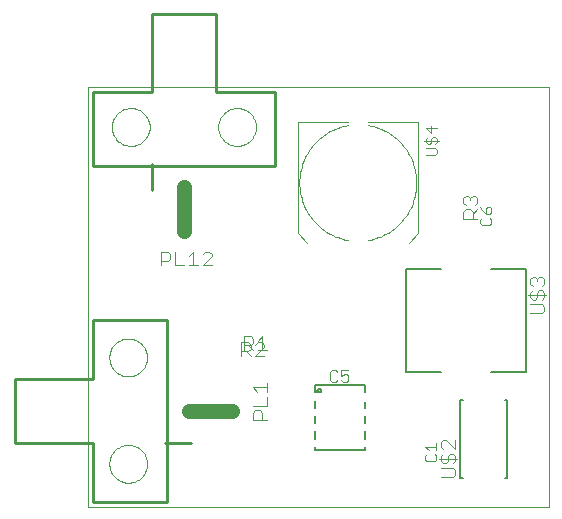
<source format=gto>
G75*
%MOIN*%
%OFA0B0*%
%FSLAX24Y24*%
%IPPOS*%
%LPD*%
%AMOC8*
5,1,8,0,0,1.08239X$1,22.5*
%
%ADD10C,0.0000*%
%ADD11C,0.0030*%
%ADD12C,0.0500*%
%ADD13C,0.0100*%
%ADD14C,0.0040*%
%ADD15C,0.0050*%
D10*
X002583Y000180D02*
X002583Y014176D01*
X017953Y014176D01*
X017953Y000180D01*
X002583Y000180D01*
X003300Y001608D02*
X003302Y001658D01*
X003308Y001708D01*
X003318Y001757D01*
X003332Y001805D01*
X003349Y001852D01*
X003370Y001897D01*
X003395Y001941D01*
X003423Y001982D01*
X003455Y002021D01*
X003489Y002058D01*
X003526Y002092D01*
X003566Y002122D01*
X003608Y002149D01*
X003652Y002173D01*
X003698Y002194D01*
X003745Y002210D01*
X003793Y002223D01*
X003843Y002232D01*
X003892Y002237D01*
X003943Y002238D01*
X003993Y002235D01*
X004042Y002228D01*
X004091Y002217D01*
X004139Y002202D01*
X004185Y002184D01*
X004230Y002162D01*
X004273Y002136D01*
X004314Y002107D01*
X004353Y002075D01*
X004389Y002040D01*
X004421Y002002D01*
X004451Y001962D01*
X004478Y001919D01*
X004501Y001875D01*
X004520Y001829D01*
X004536Y001781D01*
X004548Y001732D01*
X004556Y001683D01*
X004560Y001633D01*
X004560Y001583D01*
X004556Y001533D01*
X004548Y001484D01*
X004536Y001435D01*
X004520Y001387D01*
X004501Y001341D01*
X004478Y001297D01*
X004451Y001254D01*
X004421Y001214D01*
X004389Y001176D01*
X004353Y001141D01*
X004314Y001109D01*
X004273Y001080D01*
X004230Y001054D01*
X004185Y001032D01*
X004139Y001014D01*
X004091Y000999D01*
X004042Y000988D01*
X003993Y000981D01*
X003943Y000978D01*
X003892Y000979D01*
X003843Y000984D01*
X003793Y000993D01*
X003745Y001006D01*
X003698Y001022D01*
X003652Y001043D01*
X003608Y001067D01*
X003566Y001094D01*
X003526Y001124D01*
X003489Y001158D01*
X003455Y001195D01*
X003423Y001234D01*
X003395Y001275D01*
X003370Y001319D01*
X003349Y001364D01*
X003332Y001411D01*
X003318Y001459D01*
X003308Y001508D01*
X003302Y001558D01*
X003300Y001608D01*
X003300Y005152D02*
X003302Y005202D01*
X003308Y005252D01*
X003318Y005301D01*
X003332Y005349D01*
X003349Y005396D01*
X003370Y005441D01*
X003395Y005485D01*
X003423Y005526D01*
X003455Y005565D01*
X003489Y005602D01*
X003526Y005636D01*
X003566Y005666D01*
X003608Y005693D01*
X003652Y005717D01*
X003698Y005738D01*
X003745Y005754D01*
X003793Y005767D01*
X003843Y005776D01*
X003892Y005781D01*
X003943Y005782D01*
X003993Y005779D01*
X004042Y005772D01*
X004091Y005761D01*
X004139Y005746D01*
X004185Y005728D01*
X004230Y005706D01*
X004273Y005680D01*
X004314Y005651D01*
X004353Y005619D01*
X004389Y005584D01*
X004421Y005546D01*
X004451Y005506D01*
X004478Y005463D01*
X004501Y005419D01*
X004520Y005373D01*
X004536Y005325D01*
X004548Y005276D01*
X004556Y005227D01*
X004560Y005177D01*
X004560Y005127D01*
X004556Y005077D01*
X004548Y005028D01*
X004536Y004979D01*
X004520Y004931D01*
X004501Y004885D01*
X004478Y004841D01*
X004451Y004798D01*
X004421Y004758D01*
X004389Y004720D01*
X004353Y004685D01*
X004314Y004653D01*
X004273Y004624D01*
X004230Y004598D01*
X004185Y004576D01*
X004139Y004558D01*
X004091Y004543D01*
X004042Y004532D01*
X003993Y004525D01*
X003943Y004522D01*
X003892Y004523D01*
X003843Y004528D01*
X003793Y004537D01*
X003745Y004550D01*
X003698Y004566D01*
X003652Y004587D01*
X003608Y004611D01*
X003566Y004638D01*
X003526Y004668D01*
X003489Y004702D01*
X003455Y004739D01*
X003423Y004778D01*
X003395Y004819D01*
X003370Y004863D01*
X003349Y004908D01*
X003332Y004955D01*
X003318Y005003D01*
X003308Y005052D01*
X003302Y005102D01*
X003300Y005152D01*
X003381Y012834D02*
X003383Y012884D01*
X003389Y012934D01*
X003399Y012983D01*
X003413Y013031D01*
X003430Y013078D01*
X003451Y013123D01*
X003476Y013167D01*
X003504Y013208D01*
X003536Y013247D01*
X003570Y013284D01*
X003607Y013318D01*
X003647Y013348D01*
X003689Y013375D01*
X003733Y013399D01*
X003779Y013420D01*
X003826Y013436D01*
X003874Y013449D01*
X003924Y013458D01*
X003973Y013463D01*
X004024Y013464D01*
X004074Y013461D01*
X004123Y013454D01*
X004172Y013443D01*
X004220Y013428D01*
X004266Y013410D01*
X004311Y013388D01*
X004354Y013362D01*
X004395Y013333D01*
X004434Y013301D01*
X004470Y013266D01*
X004502Y013228D01*
X004532Y013188D01*
X004559Y013145D01*
X004582Y013101D01*
X004601Y013055D01*
X004617Y013007D01*
X004629Y012958D01*
X004637Y012909D01*
X004641Y012859D01*
X004641Y012809D01*
X004637Y012759D01*
X004629Y012710D01*
X004617Y012661D01*
X004601Y012613D01*
X004582Y012567D01*
X004559Y012523D01*
X004532Y012480D01*
X004502Y012440D01*
X004470Y012402D01*
X004434Y012367D01*
X004395Y012335D01*
X004354Y012306D01*
X004311Y012280D01*
X004266Y012258D01*
X004220Y012240D01*
X004172Y012225D01*
X004123Y012214D01*
X004074Y012207D01*
X004024Y012204D01*
X003973Y012205D01*
X003924Y012210D01*
X003874Y012219D01*
X003826Y012232D01*
X003779Y012248D01*
X003733Y012269D01*
X003689Y012293D01*
X003647Y012320D01*
X003607Y012350D01*
X003570Y012384D01*
X003536Y012421D01*
X003504Y012460D01*
X003476Y012501D01*
X003451Y012545D01*
X003430Y012590D01*
X003413Y012637D01*
X003399Y012685D01*
X003389Y012734D01*
X003383Y012784D01*
X003381Y012834D01*
X006925Y012834D02*
X006927Y012884D01*
X006933Y012934D01*
X006943Y012983D01*
X006957Y013031D01*
X006974Y013078D01*
X006995Y013123D01*
X007020Y013167D01*
X007048Y013208D01*
X007080Y013247D01*
X007114Y013284D01*
X007151Y013318D01*
X007191Y013348D01*
X007233Y013375D01*
X007277Y013399D01*
X007323Y013420D01*
X007370Y013436D01*
X007418Y013449D01*
X007468Y013458D01*
X007517Y013463D01*
X007568Y013464D01*
X007618Y013461D01*
X007667Y013454D01*
X007716Y013443D01*
X007764Y013428D01*
X007810Y013410D01*
X007855Y013388D01*
X007898Y013362D01*
X007939Y013333D01*
X007978Y013301D01*
X008014Y013266D01*
X008046Y013228D01*
X008076Y013188D01*
X008103Y013145D01*
X008126Y013101D01*
X008145Y013055D01*
X008161Y013007D01*
X008173Y012958D01*
X008181Y012909D01*
X008185Y012859D01*
X008185Y012809D01*
X008181Y012759D01*
X008173Y012710D01*
X008161Y012661D01*
X008145Y012613D01*
X008126Y012567D01*
X008103Y012523D01*
X008076Y012480D01*
X008046Y012440D01*
X008014Y012402D01*
X007978Y012367D01*
X007939Y012335D01*
X007898Y012306D01*
X007855Y012280D01*
X007810Y012258D01*
X007764Y012240D01*
X007716Y012225D01*
X007667Y012214D01*
X007618Y012207D01*
X007568Y012204D01*
X007517Y012205D01*
X007468Y012210D01*
X007418Y012219D01*
X007370Y012232D01*
X007323Y012248D01*
X007277Y012269D01*
X007233Y012293D01*
X007191Y012320D01*
X007151Y012350D01*
X007114Y012384D01*
X007080Y012421D01*
X007048Y012460D01*
X007020Y012501D01*
X006995Y012545D01*
X006974Y012590D01*
X006957Y012637D01*
X006943Y012685D01*
X006933Y012734D01*
X006927Y012784D01*
X006925Y012834D01*
D11*
X013786Y012382D02*
X014280Y012382D01*
X014218Y012320D02*
X014218Y012444D01*
X014156Y012505D01*
X014095Y012505D01*
X014033Y012444D01*
X014033Y012320D01*
X013971Y012258D01*
X013909Y012258D01*
X013848Y012320D01*
X013848Y012444D01*
X013909Y012505D01*
X014033Y012627D02*
X014033Y012874D01*
X014218Y012812D02*
X013848Y012812D01*
X014033Y012627D01*
X014218Y012320D02*
X014156Y012258D01*
X014156Y012137D02*
X013848Y012137D01*
X014156Y012137D02*
X014218Y012075D01*
X014218Y011952D01*
X014156Y011890D01*
X013848Y011890D01*
X015665Y010180D02*
X015726Y010057D01*
X015850Y009933D01*
X015850Y010119D01*
X015912Y010180D01*
X015973Y010180D01*
X016035Y010119D01*
X016035Y009995D01*
X015973Y009933D01*
X015850Y009933D01*
X015973Y009812D02*
X016035Y009750D01*
X016035Y009627D01*
X015973Y009565D01*
X015726Y009565D01*
X015665Y009627D01*
X015665Y009750D01*
X015726Y009812D01*
X011270Y004721D02*
X011023Y004721D01*
X011023Y004536D01*
X011147Y004597D01*
X011209Y004597D01*
X011270Y004536D01*
X011270Y004412D01*
X011209Y004351D01*
X011085Y004351D01*
X011023Y004412D01*
X010902Y004412D02*
X010840Y004351D01*
X010717Y004351D01*
X010655Y004412D01*
X010655Y004659D01*
X010717Y004721D01*
X010840Y004721D01*
X010902Y004659D01*
X013831Y002180D02*
X013954Y002057D01*
X013893Y001935D02*
X013831Y001873D01*
X013831Y001750D01*
X013893Y001688D01*
X014139Y001688D01*
X014201Y001750D01*
X014201Y001873D01*
X014139Y001935D01*
X014201Y002057D02*
X014201Y002303D01*
X014201Y002180D02*
X013831Y002180D01*
D12*
X007394Y003380D02*
X005937Y003380D01*
X005783Y009369D02*
X005783Y010826D01*
D13*
X002748Y002317D02*
X000150Y002317D01*
X000150Y004443D01*
X002748Y004443D01*
X002748Y006411D01*
X005229Y006411D01*
X005229Y000349D01*
X002748Y000349D01*
X002748Y002317D01*
X005150Y002317D02*
X006016Y002317D01*
X004720Y010747D02*
X004720Y011613D01*
X002752Y011534D02*
X008815Y011534D01*
X008815Y014015D01*
X006846Y014015D01*
X006846Y016613D01*
X004720Y016613D01*
X004720Y014015D01*
X002752Y014015D01*
X002752Y011534D01*
D14*
X005024Y008680D02*
X005255Y008680D01*
X005331Y008603D01*
X005331Y008450D01*
X005255Y008373D01*
X005024Y008373D01*
X005024Y008220D02*
X005024Y008680D01*
X005485Y008680D02*
X005485Y008220D01*
X005792Y008220D01*
X005945Y008220D02*
X006252Y008220D01*
X006099Y008220D02*
X006099Y008680D01*
X005945Y008527D01*
X006406Y008603D02*
X006482Y008680D01*
X006636Y008680D01*
X006713Y008603D01*
X006713Y008527D01*
X006406Y008220D01*
X006713Y008220D01*
X007782Y005860D02*
X008012Y005860D01*
X008089Y005784D01*
X008089Y005630D01*
X008012Y005553D01*
X007782Y005553D01*
X007703Y005660D02*
X007933Y005660D01*
X008010Y005584D01*
X008010Y005430D01*
X007933Y005353D01*
X007703Y005353D01*
X007782Y005400D02*
X007782Y005860D01*
X007703Y005660D02*
X007703Y005200D01*
X007857Y005353D02*
X008010Y005200D01*
X008163Y005200D02*
X008470Y005507D01*
X008470Y005584D01*
X008394Y005660D01*
X008240Y005660D01*
X008163Y005584D01*
X008243Y005707D02*
X008396Y005860D01*
X008396Y005400D01*
X008243Y005400D02*
X008550Y005400D01*
X008470Y005200D02*
X008163Y005200D01*
X008089Y005400D02*
X007936Y005553D01*
X008543Y004310D02*
X008543Y004003D01*
X008543Y004156D02*
X008083Y004156D01*
X008236Y004003D01*
X008543Y003849D02*
X008543Y003542D01*
X008083Y003542D01*
X008160Y003389D02*
X008313Y003389D01*
X008390Y003312D01*
X008390Y003082D01*
X008543Y003082D02*
X008083Y003082D01*
X008083Y003312D01*
X008160Y003389D01*
X009890Y008972D02*
X009575Y009287D01*
X009575Y012988D01*
X011248Y012988D01*
X011928Y012988D02*
X013591Y012988D01*
X013591Y009287D01*
X013276Y008972D01*
X015103Y009779D02*
X015103Y010009D01*
X015179Y010086D01*
X015333Y010086D01*
X015410Y010009D01*
X015410Y009779D01*
X015563Y009779D02*
X015103Y009779D01*
X015410Y009933D02*
X015563Y010086D01*
X015486Y010240D02*
X015563Y010316D01*
X015563Y010470D01*
X015486Y010547D01*
X015410Y010547D01*
X015333Y010470D01*
X015333Y010393D01*
X015333Y010470D02*
X015256Y010547D01*
X015179Y010547D01*
X015103Y010470D01*
X015103Y010316D01*
X015179Y010240D01*
X017405Y007847D02*
X017482Y007847D01*
X017559Y007770D01*
X017636Y007847D01*
X017712Y007847D01*
X017789Y007770D01*
X017789Y007616D01*
X017712Y007540D01*
X017712Y007386D02*
X017636Y007386D01*
X017559Y007309D01*
X017559Y007156D01*
X017482Y007079D01*
X017405Y007079D01*
X017329Y007156D01*
X017329Y007309D01*
X017405Y007386D01*
X017405Y007540D02*
X017329Y007616D01*
X017329Y007770D01*
X017405Y007847D01*
X017559Y007770D02*
X017559Y007693D01*
X017712Y007386D02*
X017789Y007309D01*
X017789Y007156D01*
X017712Y007079D01*
X017712Y006926D02*
X017329Y006926D01*
X017329Y006619D02*
X017712Y006619D01*
X017789Y006696D01*
X017789Y006849D01*
X017712Y006926D01*
X017866Y007233D02*
X017252Y007233D01*
X014818Y002395D02*
X014818Y002089D01*
X014511Y002395D01*
X014435Y002395D01*
X014358Y002319D01*
X014358Y002165D01*
X014435Y002089D01*
X014435Y001935D02*
X014358Y001858D01*
X014358Y001705D01*
X014435Y001628D01*
X014511Y001628D01*
X014588Y001705D01*
X014588Y001858D01*
X014665Y001935D01*
X014741Y001935D01*
X014818Y001858D01*
X014818Y001705D01*
X014741Y001628D01*
X014741Y001475D02*
X014358Y001475D01*
X014358Y001168D02*
X014741Y001168D01*
X014818Y001244D01*
X014818Y001398D01*
X014741Y001475D01*
X014895Y001782D02*
X014281Y001782D01*
X011918Y009061D02*
X012004Y009078D01*
X012089Y009099D01*
X012174Y009123D01*
X012257Y009152D01*
X012339Y009184D01*
X012419Y009220D01*
X012497Y009259D01*
X012574Y009302D01*
X012649Y009349D01*
X012721Y009398D01*
X012791Y009451D01*
X012859Y009507D01*
X012924Y009566D01*
X012987Y009628D01*
X013046Y009693D01*
X013103Y009760D01*
X013156Y009830D01*
X013206Y009902D01*
X013253Y009976D01*
X013297Y010052D01*
X013337Y010131D01*
X013374Y010211D01*
X013407Y010292D01*
X013436Y010375D01*
X013461Y010459D01*
X013483Y010544D01*
X013500Y010630D01*
X013514Y010717D01*
X013524Y010804D01*
X013530Y010892D01*
X013532Y010980D01*
X013530Y011068D01*
X013524Y011156D01*
X013514Y011243D01*
X013500Y011330D01*
X013483Y011416D01*
X013461Y011501D01*
X013436Y011585D01*
X013407Y011668D01*
X013374Y011749D01*
X013337Y011829D01*
X013297Y011908D01*
X013253Y011984D01*
X013206Y012058D01*
X013156Y012130D01*
X013103Y012200D01*
X013046Y012267D01*
X012987Y012332D01*
X012924Y012394D01*
X012859Y012453D01*
X012791Y012509D01*
X012721Y012562D01*
X012649Y012611D01*
X012574Y012658D01*
X012497Y012701D01*
X012419Y012740D01*
X012339Y012776D01*
X012257Y012808D01*
X012174Y012837D01*
X012089Y012861D01*
X012004Y012882D01*
X011918Y012899D01*
X011248Y012899D02*
X011162Y012882D01*
X011077Y012861D01*
X010992Y012837D01*
X010909Y012808D01*
X010827Y012776D01*
X010747Y012740D01*
X010669Y012701D01*
X010592Y012658D01*
X010517Y012611D01*
X010445Y012562D01*
X010375Y012509D01*
X010307Y012453D01*
X010242Y012394D01*
X010179Y012332D01*
X010120Y012267D01*
X010063Y012200D01*
X010010Y012130D01*
X009960Y012058D01*
X009913Y011984D01*
X009869Y011908D01*
X009829Y011829D01*
X009792Y011749D01*
X009759Y011668D01*
X009730Y011585D01*
X009705Y011501D01*
X009683Y011416D01*
X009666Y011330D01*
X009652Y011243D01*
X009642Y011156D01*
X009636Y011068D01*
X009634Y010980D01*
X009636Y010892D01*
X009642Y010804D01*
X009652Y010717D01*
X009666Y010630D01*
X009683Y010544D01*
X009705Y010459D01*
X009730Y010375D01*
X009759Y010292D01*
X009792Y010211D01*
X009829Y010131D01*
X009869Y010052D01*
X009913Y009976D01*
X009960Y009902D01*
X010010Y009830D01*
X010063Y009760D01*
X010120Y009693D01*
X010179Y009628D01*
X010242Y009566D01*
X010307Y009507D01*
X010375Y009451D01*
X010445Y009398D01*
X010517Y009349D01*
X010592Y009302D01*
X010669Y009259D01*
X010747Y009220D01*
X010827Y009184D01*
X010909Y009152D01*
X010992Y009123D01*
X011077Y009099D01*
X011162Y009078D01*
X011248Y009061D01*
D15*
X013175Y008098D02*
X013175Y004673D01*
X014356Y004673D01*
X014996Y003746D02*
X015074Y003746D01*
X014996Y003746D02*
X014996Y001148D01*
X015074Y001148D01*
X016492Y001148D02*
X016570Y001148D01*
X016570Y003746D01*
X016492Y003746D01*
X016010Y004673D02*
X017191Y004673D01*
X017191Y008098D01*
X016010Y008098D01*
X014356Y008098D02*
X013175Y008098D01*
X011810Y004222D02*
X010156Y004222D01*
X010156Y003986D01*
X010235Y004025D02*
X010235Y004064D01*
X010236Y004074D01*
X010240Y004084D01*
X010246Y004092D01*
X010255Y004098D01*
X010264Y004102D01*
X010274Y004103D01*
X010274Y004104D02*
X010314Y004104D01*
X010314Y004103D02*
X010324Y004102D01*
X010334Y004098D01*
X010342Y004092D01*
X010348Y004084D01*
X010352Y004074D01*
X010353Y004064D01*
X010353Y004025D01*
X010352Y004015D01*
X010348Y004006D01*
X010342Y003997D01*
X010334Y003991D01*
X010324Y003987D01*
X010314Y003986D01*
X010274Y003986D01*
X010264Y003987D01*
X010255Y003991D01*
X010246Y003997D01*
X010240Y004006D01*
X010236Y004015D01*
X010235Y004025D01*
X010156Y003710D02*
X010156Y003474D01*
X010156Y003198D02*
X010156Y002962D01*
X010156Y002686D02*
X010156Y002450D01*
X010156Y002174D02*
X010156Y002056D01*
X011810Y002056D01*
X011810Y002174D01*
X011810Y002450D02*
X011810Y002686D01*
X011810Y002962D02*
X011810Y003198D01*
X011810Y003474D02*
X011810Y003671D01*
X011810Y003986D02*
X011810Y004222D01*
M02*

</source>
